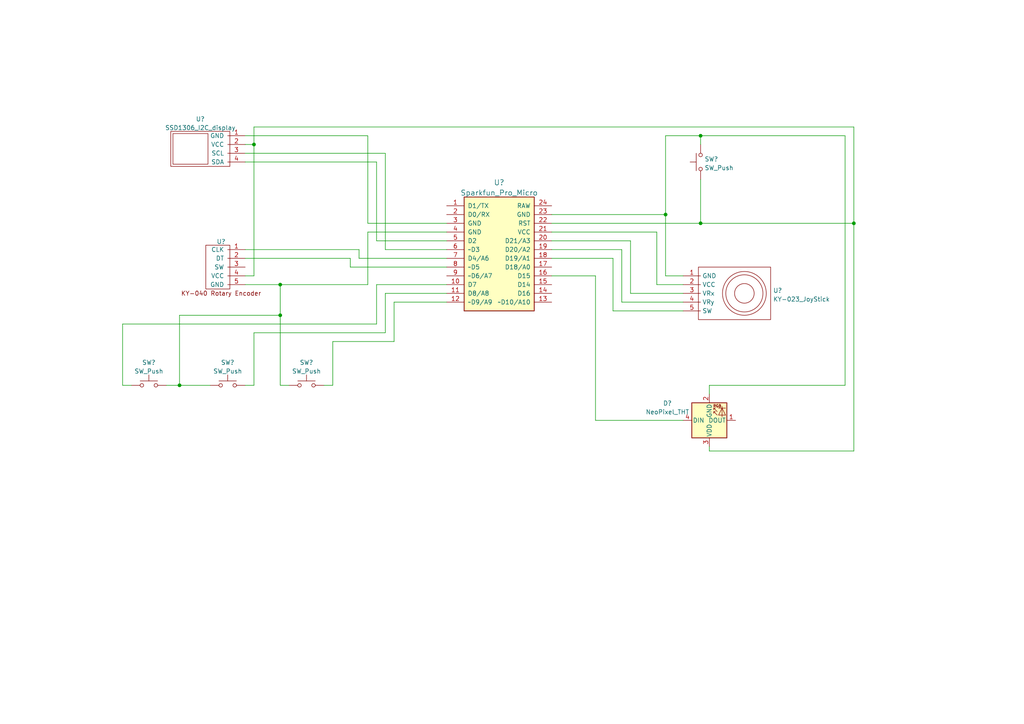
<source format=kicad_sch>
(kicad_sch (version 20211123) (generator eeschema)
  (paper "A4")
  (lib_symbols
    (symbol "LED:NeoPixel_THT" (pin_names (offset 0.254))
      (property "Reference" "D" (at 5.08 5.715 0))
      (property "Value" "NeoPixel_THT" (at 1.27 -5.715 0))
      (symbol "NeoPixel_THT_0_0"
        (text "RGB" (at 2.286 -4.191 0) (effects (font (size 0.762 0.762))))
      )
      (symbol "NeoPixel_THT_0_1"
        (polyline (pts (xy 1.27 -3.556) (xy 1.778 -3.556)))
        (polyline (pts (xy 1.27 -2.54) (xy 1.778 -2.54)))
        (polyline (pts (xy 4.699 -3.556) (xy 2.667 -3.556)))
        (polyline (pts (xy 2.286 -2.54) (xy 1.27 -3.556) (xy 1.27 -3.048)))
        (polyline (pts (xy 2.286 -1.524) (xy 1.27 -2.54) (xy 1.27 -2.032)))
        (polyline (pts (xy 3.683 -1.016) (xy 3.683 -3.556) (xy 3.683 -4.064)))
        (polyline (pts (xy 4.699 -1.524) (xy 2.667 -1.524) (xy 3.683 -3.556) (xy 4.699 -1.524)))
        (rectangle (start 5.08 5.08) (end -5.08 -5.08) (stroke (width 0.254)) (fill (type background)))
      )
      (symbol "NeoPixel_THT_1_1"
        (pin output line (at 7.62 0 180) (length 2.54) (name "DOUT") (number "1"))
        (pin power_in line (at 0 -7.62 90) (length 2.54) (name "GND") (number "2"))
        (pin power_in line (at 0 7.62 270) (length 2.54) (name "VDD") (number "3"))
        (pin input line (at -7.62 0 0) (length 2.54) (name "DIN") (number "4"))
      )
    )
    (symbol "My_Arduino2:Sparkfun_Pro_Micro" (pin_names (offset 1.016))
      (property "Reference" "U" (at -8.89 21.59 0))
      (property "Value" "Sparkfun_Pro_Micro" (at 0 19.05 0))
      (symbol "Sparkfun_Pro_Micro_0_1"
        (rectangle (start -10.16 17.78) (end 10.16 -15.24) (stroke (width 0.254)) (fill (type background)))
      )
      (symbol "Sparkfun_Pro_Micro_1_1"
        (pin bidirectional line (at -15.24 15.24 0) (length 5.08) (name "D1/TX") (number "1"))
        (pin bidirectional line (at -15.24 -7.62 0) (length 5.08) (name "D7") (number "10"))
        (pin bidirectional line (at -15.24 -10.16 0) (length 5.08) (name "D8/A8") (number "11"))
        (pin bidirectional line (at -15.24 -12.7 0) (length 5.08) (name "~D9/A9") (number "12"))
        (pin bidirectional line (at 15.24 -12.7 180) (length 5.08) (name "~D10/A10") (number "13"))
        (pin bidirectional line (at 15.24 -10.16 180) (length 5.08) (name "D16") (number "14"))
        (pin bidirectional line (at 15.24 -7.62 180) (length 5.08) (name "D14") (number "15"))
        (pin bidirectional line (at 15.24 -5.08 180) (length 5.08) (name "D15") (number "16"))
        (pin bidirectional line (at 15.24 -2.54 180) (length 5.08) (name "D18/A0") (number "17"))
        (pin bidirectional line (at 15.24 0 180) (length 5.08) (name "D19/A1") (number "18"))
        (pin bidirectional line (at 15.24 2.54 180) (length 5.08) (name "D20/A2") (number "19"))
        (pin bidirectional line (at -15.24 12.7 0) (length 5.08) (name "D0/RX") (number "2"))
        (pin bidirectional line (at 15.24 5.08 180) (length 5.08) (name "D21/A3") (number "20"))
        (pin power_in line (at 15.24 7.62 180) (length 5.08) (name "VCC") (number "21"))
        (pin input line (at 15.24 10.16 180) (length 5.08) (name "RST") (number "22"))
        (pin power_in line (at 15.24 12.7 180) (length 5.08) (name "GND") (number "23"))
        (pin power_in line (at 15.24 15.24 180) (length 5.08) (name "RAW") (number "24"))
        (pin power_in line (at -15.24 10.16 0) (length 5.08) (name "GND") (number "3"))
        (pin power_in line (at -15.24 7.62 0) (length 5.08) (name "GND") (number "4"))
        (pin bidirectional line (at -15.24 5.08 0) (length 5.08) (name "D2") (number "5"))
        (pin bidirectional line (at -15.24 2.54 0) (length 5.08) (name "~D3") (number "6"))
        (pin bidirectional line (at -15.24 0 0) (length 5.08) (name "D4/A6") (number "7"))
        (pin bidirectional line (at -15.24 -2.54 0) (length 5.08) (name "~D5") (number "8"))
        (pin bidirectional line (at -15.24 -5.08 0) (length 5.08) (name "~D6/A7") (number "9"))
      )
    )
    (symbol "My_Parts:KY-023_JoyStick"
      (property "Reference" "U" (at 6.35 3.81 0))
      (property "Value" "KY-023_JoyStick" (at 15.24 -14.605 0))
      (symbol "KY-023_JoyStick_0_1"
        (polyline (pts (xy 4.445 2.54) (xy 4.445 -12.7) (xy 25.4 -12.7) (xy 25.4 2.54) (xy 4.445 2.54)) (stroke (width 0.1524)))
        (circle (center 17.78 -5.08) (radius 2.8398) (stroke (width 0.1524)))
        (circle (center 17.78 -5.08) (radius 5.3882) (stroke (width 0.1524)))
        (circle (center 17.78 -5.08) (radius 6.35) (stroke (width 0.1524)))
      )
      (symbol "KY-023_JoyStick_1_1"
        (pin power_in line (at 0 0 0) (length 5.08) (name "GND") (number "1"))
        (pin power_in line (at 0 -2.54 0) (length 5.08) (name "VCC") (number "2"))
        (pin output line (at 0 -5.08 0) (length 5.08) (name "VRx") (number "3"))
        (pin output line (at 0 -7.62 0) (length 5.08) (name "VRy") (number "4"))
        (pin output line (at 0 -10.16 0) (length 5.08) (name "SW") (number "5"))
      )
    )
    (symbol "My_Parts:KY-040_Rotary_Encoder" (pin_names (offset 1.016))
      (property "Reference" "U" (at 0.635 2.54 0))
      (symbol "KY-040_Rotary_Encoder_0_0"
        (text "KY-040 Rotary Encoder" (at 1.905 -12.7 0) (effects (font (size 1.27 1.27))))
      )
      (symbol "KY-040_Rotary_Encoder_0_1"
        (rectangle (start -0.635 -11.43) (end 6.35 1.27))
      )
      (symbol "KY-040_Rotary_Encoder_1_1"
        (pin output line (at -5.08 0 0) (length 5.08) (name "CLK") (number "1"))
        (pin output line (at -5.08 -2.54 0) (length 5.08) (name "DT") (number "2"))
        (pin output line (at -5.08 -5.08 0) (length 5.08) (name "SW") (number "3"))
        (pin power_in line (at -5.08 -7.62 0) (length 5.08) (name "VCC") (number "4"))
        (pin power_in line (at -5.08 -10.16 0) (length 5.08) (name "GND") (number "5"))
      )
    )
    (symbol "My_Parts:SSD1306_I2C_display" (pin_names (offset 1.016))
      (property "Reference" "U" (at 5.715 2.54 0))
      (property "Value" "SSD1306_I2C_display" (at 12.7 -10.795 0))
      (symbol "SSD1306_I2C_display_0_1"
        (rectangle (start 4.445 1.27) (end 21.59 -8.89))
        (rectangle (start 10.795 0.635) (end 20.955 -8.255))
      )
      (symbol "SSD1306_I2C_display_1_1"
        (pin power_in line (at 0 0 0) (length 5.08) (name "GND") (number "1"))
        (pin power_in line (at 0 -2.54 0) (length 5.08) (name "VCC") (number "2"))
        (pin input line (at 0 -5.08 0) (length 5.08) (name "SCL") (number "3"))
        (pin input line (at 0 -7.62 0) (length 5.08) (name "SDA") (number "4"))
      )
    )
    (symbol "Switch:SW_Push" (pin_numbers hide) (pin_names (offset 1.016) hide)
      (property "Reference" "SW" (at 1.27 2.54 0))
      (property "Value" "SW_Push" (at 0 -1.524 0))
      (symbol "SW_Push_0_1"
        (circle (center -2.032 0) (radius 0.508))
        (polyline (pts (xy 0 1.27) (xy 0 3.048)))
        (polyline (pts (xy 2.54 1.27) (xy -2.54 1.27)))
        (circle (center 2.032 0) (radius 0.508))
        (pin passive line (at -5.08 0 0) (length 2.54) (name "1") (number "1"))
        (pin passive line (at 5.08 0 180) (length 2.54) (name "2") (number "2"))
      )
    )
  )
  (junction (at 81.28 82.55))
  (junction (at 193.04 62.23))
  (junction (at 52.07 111.76))
  (junction (at 73.66 41.91))
  (junction (at 81.28 91.44))
  (junction (at 247.65 64.77))
  (junction (at 203.2 39.37))
  (junction (at 203.2 64.77))
  (wire (pts (xy 160.02 62.23) (xy 193.04 62.23)))
  (wire (pts (xy 109.22 46.99) (xy 71.12 46.99)))
  (wire (pts (xy 160.02 69.85) (xy 182.88 69.85)))
  (wire (pts (xy 48.26 111.76) (xy 52.07 111.76)))
  (wire (pts (xy 205.74 129.54) (xy 205.74 130.81)))
  (wire (pts (xy 111.76 96.52) (xy 73.66 96.52)))
  (wire (pts (xy 129.54 69.85) (xy 109.22 69.85)))
  (wire (pts (xy 129.54 74.93) (xy 104.14 74.93)))
  (wire (pts (xy 104.14 74.93) (xy 104.14 72.39)))
  (wire (pts (xy 52.07 111.76) (xy 52.07 91.44)))
  (wire (pts (xy 160.02 64.77) (xy 203.2 64.77)))
  (wire (pts (xy 190.5 82.55) (xy 198.12 82.55)))
  (wire (pts (xy 73.66 36.83) (xy 73.66 41.91)))
  (wire (pts (xy 245.11 111.76) (xy 205.74 111.76)))
  (wire (pts (xy 109.22 93.98) (xy 35.56 93.98)))
  (wire (pts (xy 73.66 96.52) (xy 73.66 111.76)))
  (wire (pts (xy 177.8 90.17) (xy 198.12 90.17)))
  (wire (pts (xy 71.12 80.01) (xy 73.66 80.01)))
  (wire (pts (xy 109.22 69.85) (xy 109.22 46.99)))
  (wire (pts (xy 182.88 85.09) (xy 198.12 85.09)))
  (wire (pts (xy 81.28 82.55) (xy 81.28 91.44)))
  (wire (pts (xy 52.07 91.44) (xy 81.28 91.44)))
  (wire (pts (xy 35.56 93.98) (xy 35.56 111.76)))
  (wire (pts (xy 180.34 72.39) (xy 180.34 87.63)))
  (wire (pts (xy 193.04 39.37) (xy 203.2 39.37)))
  (wire (pts (xy 247.65 64.77) (xy 247.65 36.83)))
  (wire (pts (xy 96.52 99.06) (xy 96.52 111.76)))
  (wire (pts (xy 71.12 82.55) (xy 81.28 82.55)))
  (wire (pts (xy 177.8 74.93) (xy 177.8 90.17)))
  (wire (pts (xy 111.76 85.09) (xy 129.54 85.09)))
  (wire (pts (xy 101.6 77.47) (xy 101.6 74.93)))
  (wire (pts (xy 106.68 64.77) (xy 106.68 39.37)))
  (wire (pts (xy 83.82 111.76) (xy 81.28 111.76)))
  (wire (pts (xy 73.66 41.91) (xy 73.66 80.01)))
  (wire (pts (xy 106.68 67.31) (xy 106.68 82.55)))
  (wire (pts (xy 180.34 87.63) (xy 198.12 87.63)))
  (wire (pts (xy 129.54 82.55) (xy 109.22 82.55)))
  (wire (pts (xy 73.66 41.91) (xy 71.12 41.91)))
  (wire (pts (xy 129.54 87.63) (xy 114.3 87.63)))
  (wire (pts (xy 104.14 72.39) (xy 71.12 72.39)))
  (wire (pts (xy 160.02 80.01) (xy 172.72 80.01)))
  (wire (pts (xy 129.54 64.77) (xy 106.68 64.77)))
  (wire (pts (xy 172.72 80.01) (xy 172.72 121.92)))
  (wire (pts (xy 109.22 82.55) (xy 109.22 93.98)))
  (wire (pts (xy 160.02 67.31) (xy 190.5 67.31)))
  (wire (pts (xy 182.88 69.85) (xy 182.88 85.09)))
  (wire (pts (xy 193.04 62.23) (xy 193.04 39.37)))
  (wire (pts (xy 205.74 130.81) (xy 247.65 130.81)))
  (wire (pts (xy 190.5 67.31) (xy 190.5 82.55)))
  (wire (pts (xy 172.72 121.92) (xy 198.12 121.92)))
  (wire (pts (xy 81.28 82.55) (xy 106.68 82.55)))
  (wire (pts (xy 93.98 111.76) (xy 96.52 111.76)))
  (wire (pts (xy 198.12 80.01) (xy 193.04 80.01)))
  (wire (pts (xy 111.76 44.45) (xy 71.12 44.45)))
  (wire (pts (xy 129.54 77.47) (xy 101.6 77.47)))
  (wire (pts (xy 245.11 39.37) (xy 245.11 111.76)))
  (wire (pts (xy 101.6 74.93) (xy 71.12 74.93)))
  (wire (pts (xy 111.76 72.39) (xy 111.76 44.45)))
  (wire (pts (xy 81.28 91.44) (xy 81.28 111.76)))
  (wire (pts (xy 106.68 39.37) (xy 71.12 39.37)))
  (wire (pts (xy 73.66 111.76) (xy 71.12 111.76)))
  (wire (pts (xy 129.54 67.31) (xy 106.68 67.31)))
  (wire (pts (xy 203.2 64.77) (xy 203.2 52.07)))
  (wire (pts (xy 247.65 36.83) (xy 73.66 36.83)))
  (wire (pts (xy 193.04 80.01) (xy 193.04 62.23)))
  (wire (pts (xy 160.02 72.39) (xy 180.34 72.39)))
  (wire (pts (xy 35.56 111.76) (xy 38.1 111.76)))
  (wire (pts (xy 205.74 111.76) (xy 205.74 114.3)))
  (wire (pts (xy 114.3 87.63) (xy 114.3 99.06)))
  (wire (pts (xy 114.3 99.06) (xy 96.52 99.06)))
  (wire (pts (xy 203.2 39.37) (xy 203.2 41.91)))
  (wire (pts (xy 129.54 72.39) (xy 111.76 72.39)))
  (wire (pts (xy 111.76 85.09) (xy 111.76 96.52)))
  (wire (pts (xy 203.2 39.37) (xy 245.11 39.37)))
  (wire (pts (xy 247.65 130.81) (xy 247.65 64.77)))
  (wire (pts (xy 247.65 64.77) (xy 203.2 64.77)))
  (wire (pts (xy 52.07 111.76) (xy 60.96 111.76)))
  (wire (pts (xy 160.02 74.93) (xy 177.8 74.93)))
  (symbol (lib_id "LED:NeoPixel_THT") (at 205.74 121.92 0) (mirror x) (unit 1)
    (property "Reference" "D?" (at 193.5896 116.9628 0))
    (property "Value" "NeoPixel_THT" (at 193.5896 119.4997 0))
    (property "Datasheet" "https://www.adafruit.com/product/1938" (effects hide))
  )
  (symbol (lib_id "My_Parts:KY-023_JoyStick") (at 198.12 80.01 0) (unit 1)
    (property "Reference" "U?" (at 224.2312 84.2553 0) (effects (justify left)))
    (property "Value" "KY-023_JoyStick" (at 224.2312 86.7922 0) (effects (justify left)))
  )
  (symbol (lib_id "Switch:SW_Push") (at 88.9 111.76 0) (unit 1)
    (property "Reference" "SW?" (at 88.9 105.1392 0))
    (property "Value" "SW_Push" (at 88.9 107.6761 0))
  )
  (symbol (lib_id "My_Parts:KY-040_Rotary_Encoder") (at 66.04 72.39 0) (mirror y) (unit 1)
    (property "Reference" "U?" (at 64.1349 70.0842 0))
    (property "Value" "KY-040_Rotary_Encoder" (effects hide))
  )
  (symbol (lib_id "My_Parts:SSD1306_I2C_display") (at 71.12 39.37 0) (mirror y) (unit 1)
    (property "Reference" "U?" (at 58.1025 34.5272 0))
    (property "Value" "SSD1306_I2C_display" (at 58.1025 37.0641 0))
  )
  (symbol (lib_id "Switch:SW_Push") (at 203.2 46.99 90) (unit 1)
    (property "Reference" "SW?" (at 204.343 46.1553 90) (effects (justify right)))
    (property "Value" "SW_Push" (at 204.343 48.6922 90) (effects (justify right)))
  )
  (symbol (lib_id "My_Arduino2:Sparkfun_Pro_Micro") (at 144.78 74.93 0) (unit 1)
    (property "Reference" "U?" (at 144.78 52.9389 0) (effects (font (size 1.524 1.524))))
    (property "Value" "Sparkfun_Pro_Micro" (at 144.78 55.9323 0) (effects (font (size 1.524 1.524))))
    (property "Footprint" "Arduino:Sparkfun_Pro_Micro" (effects hide))
    (property "Datasheet" "https://www.sparkfun.com/products/12640" (effects hide))
  )
  (symbol (lib_id "Switch:SW_Push") (at 43.18 111.76 0) (unit 1)
    (property "Reference" "SW?" (at 43.18 105.1392 0))
    (property "Value" "SW_Push" (at 43.18 107.6761 0))
  )
  (symbol (lib_id "Switch:SW_Push") (at 66.04 111.76 0) (unit 1)
    (property "Reference" "SW?" (at 66.04 105.1392 0))
    (property "Value" "SW_Push" (at 66.04 107.6761 0))
  )
)
</source>
